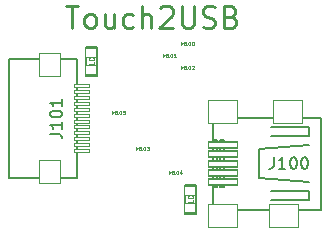
<source format=gto>
G04 #@! TF.GenerationSoftware,KiCad,Pcbnew,(5.99.0-12964-g8e5cbc5cf0)*
G04 #@! TF.CreationDate,2021-10-26T23:12:02+02:00*
G04 #@! TF.ProjectId,Touch2USB-Circuit-Board-A,546f7563-6832-4555-9342-2d4369726375,A*
G04 #@! TF.SameCoordinates,Original*
G04 #@! TF.FileFunction,Legend,Top*
G04 #@! TF.FilePolarity,Positive*
%FSLAX46Y46*%
G04 Gerber Fmt 4.6, Leading zero omitted, Abs format (unit mm)*
G04 Created by KiCad (PCBNEW (5.99.0-12964-g8e5cbc5cf0)) date 2021-10-26 23:12:02*
%MOMM*%
%LPD*%
G01*
G04 APERTURE LIST*
G04 Aperture macros list*
%AMRoundRect*
0 Rectangle with rounded corners*
0 $1 Rounding radius*
0 $2 $3 $4 $5 $6 $7 $8 $9 X,Y pos of 4 corners*
0 Add a 4 corners polygon primitive as box body*
4,1,4,$2,$3,$4,$5,$6,$7,$8,$9,$2,$3,0*
0 Add four circle primitives for the rounded corners*
1,1,$1+$1,$2,$3*
1,1,$1+$1,$4,$5*
1,1,$1+$1,$6,$7*
1,1,$1+$1,$8,$9*
0 Add four rect primitives between the rounded corners*
20,1,$1+$1,$2,$3,$4,$5,0*
20,1,$1+$1,$4,$5,$6,$7,0*
20,1,$1+$1,$6,$7,$8,$9,0*
20,1,$1+$1,$8,$9,$2,$3,0*%
G04 Aperture macros list end*
%ADD10C,0.250000*%
%ADD11C,0.071120*%
%ADD12C,0.099060*%
%ADD13C,0.200660*%
%ADD14C,0.130000*%
%ADD15C,0.127000*%
%ADD16C,0.149860*%
%ADD17C,1.102360*%
%ADD18RoundRect,0.050800X0.449580X-0.400050X0.449580X0.400050X-0.449580X0.400050X-0.449580X-0.400050X0*%
%ADD19RoundRect,0.050800X-0.449580X0.400050X-0.449580X-0.400050X0.449580X-0.400050X0.449580X0.400050X0*%
%ADD20RoundRect,0.050800X1.250000X-1.000000X1.250000X1.000000X-1.250000X1.000000X-1.250000X-1.000000X0*%
%ADD21RoundRect,0.050800X1.250000X-0.250000X1.250000X0.250000X-1.250000X0.250000X-1.250000X-0.250000X0*%
%ADD22C,1.001600*%
%ADD23RoundRect,0.050800X-0.650000X0.150000X-0.650000X-0.150000X0.650000X-0.150000X0.650000X0.150000X0*%
%ADD24RoundRect,0.050800X-0.900000X1.000000X-0.900000X-1.000000X0.900000X-1.000000X0.900000X1.000000X0*%
G04 APERTURE END LIST*
D10*
X59592485Y-61625285D02*
X60621057Y-61625285D01*
X60106771Y-63425285D02*
X60106771Y-61625285D01*
X61478200Y-63425285D02*
X61306771Y-63339571D01*
X61221057Y-63253857D01*
X61135342Y-63082428D01*
X61135342Y-62568142D01*
X61221057Y-62396714D01*
X61306771Y-62311000D01*
X61478200Y-62225285D01*
X61735342Y-62225285D01*
X61906771Y-62311000D01*
X61992485Y-62396714D01*
X62078200Y-62568142D01*
X62078200Y-63082428D01*
X61992485Y-63253857D01*
X61906771Y-63339571D01*
X61735342Y-63425285D01*
X61478200Y-63425285D01*
X63621057Y-62225285D02*
X63621057Y-63425285D01*
X62849628Y-62225285D02*
X62849628Y-63168142D01*
X62935342Y-63339571D01*
X63106771Y-63425285D01*
X63363914Y-63425285D01*
X63535342Y-63339571D01*
X63621057Y-63253857D01*
X65249628Y-63339571D02*
X65078200Y-63425285D01*
X64735342Y-63425285D01*
X64563914Y-63339571D01*
X64478200Y-63253857D01*
X64392485Y-63082428D01*
X64392485Y-62568142D01*
X64478200Y-62396714D01*
X64563914Y-62311000D01*
X64735342Y-62225285D01*
X65078200Y-62225285D01*
X65249628Y-62311000D01*
X66021057Y-63425285D02*
X66021057Y-61625285D01*
X66792485Y-63425285D02*
X66792485Y-62482428D01*
X66706771Y-62311000D01*
X66535342Y-62225285D01*
X66278200Y-62225285D01*
X66106771Y-62311000D01*
X66021057Y-62396714D01*
X67563914Y-61796714D02*
X67649628Y-61711000D01*
X67821057Y-61625285D01*
X68249628Y-61625285D01*
X68421057Y-61711000D01*
X68506771Y-61796714D01*
X68592485Y-61968142D01*
X68592485Y-62139571D01*
X68506771Y-62396714D01*
X67478200Y-63425285D01*
X68592485Y-63425285D01*
X69363914Y-61625285D02*
X69363914Y-63082428D01*
X69449628Y-63253857D01*
X69535342Y-63339571D01*
X69706771Y-63425285D01*
X70049628Y-63425285D01*
X70221057Y-63339571D01*
X70306771Y-63253857D01*
X70392485Y-63082428D01*
X70392485Y-61625285D01*
X71163914Y-63339571D02*
X71421057Y-63425285D01*
X71849628Y-63425285D01*
X72021057Y-63339571D01*
X72106771Y-63253857D01*
X72192485Y-63082428D01*
X72192485Y-62911000D01*
X72106771Y-62739571D01*
X72021057Y-62653857D01*
X71849628Y-62568142D01*
X71506771Y-62482428D01*
X71335342Y-62396714D01*
X71249628Y-62311000D01*
X71163914Y-62139571D01*
X71163914Y-61968142D01*
X71249628Y-61796714D01*
X71335342Y-61711000D01*
X71506771Y-61625285D01*
X71935342Y-61625285D01*
X72192485Y-61711000D01*
X73563914Y-62482428D02*
X73821057Y-62568142D01*
X73906771Y-62653857D01*
X73992485Y-62825285D01*
X73992485Y-63082428D01*
X73906771Y-63253857D01*
X73821057Y-63339571D01*
X73649628Y-63425285D01*
X72963914Y-63425285D01*
X72963914Y-61625285D01*
X73563914Y-61625285D01*
X73735342Y-61711000D01*
X73821057Y-61796714D01*
X73906771Y-61968142D01*
X73906771Y-62139571D01*
X73821057Y-62311000D01*
X73735342Y-62396714D01*
X73563914Y-62482428D01*
X72963914Y-62482428D01*
D11*
X63479921Y-70747587D02*
X63479921Y-70447867D01*
X63579828Y-70661953D01*
X63679735Y-70447867D01*
X63679735Y-70747587D01*
X63979455Y-70747587D02*
X63808186Y-70747587D01*
X63893820Y-70747587D02*
X63893820Y-70447867D01*
X63865276Y-70490684D01*
X63836731Y-70519229D01*
X63808186Y-70533501D01*
X64164996Y-70447867D02*
X64193540Y-70447867D01*
X64222085Y-70462140D01*
X64236358Y-70476412D01*
X64250630Y-70504957D01*
X64264902Y-70562046D01*
X64264902Y-70633408D01*
X64250630Y-70690498D01*
X64236358Y-70719042D01*
X64222085Y-70733315D01*
X64193540Y-70747587D01*
X64164996Y-70747587D01*
X64136451Y-70733315D01*
X64122179Y-70719042D01*
X64107906Y-70690498D01*
X64093634Y-70633408D01*
X64093634Y-70562046D01*
X64107906Y-70504957D01*
X64122179Y-70476412D01*
X64136451Y-70462140D01*
X64164996Y-70447867D01*
X64536078Y-70447867D02*
X64393354Y-70447867D01*
X64379081Y-70590591D01*
X64393354Y-70576319D01*
X64421899Y-70562046D01*
X64493260Y-70562046D01*
X64521805Y-70576319D01*
X64536078Y-70590591D01*
X64550350Y-70619136D01*
X64550350Y-70690498D01*
X64536078Y-70719042D01*
X64521805Y-70733315D01*
X64493260Y-70747587D01*
X64421899Y-70747587D01*
X64393354Y-70733315D01*
X64379081Y-70719042D01*
D12*
X70264714Y-78481571D02*
X70286142Y-78503000D01*
X70307571Y-78567285D01*
X70307571Y-78610142D01*
X70286142Y-78674428D01*
X70243285Y-78717285D01*
X70200428Y-78738714D01*
X70114714Y-78760142D01*
X70050428Y-78760142D01*
X69964714Y-78738714D01*
X69921857Y-78717285D01*
X69879000Y-78674428D01*
X69857571Y-78610142D01*
X69857571Y-78567285D01*
X69879000Y-78503000D01*
X69900428Y-78481571D01*
X70307571Y-78053000D02*
X70307571Y-78310142D01*
X70307571Y-78181571D02*
X69857571Y-78181571D01*
X69921857Y-78224428D01*
X69964714Y-78267285D01*
X69986142Y-78310142D01*
X69857571Y-77774428D02*
X69857571Y-77731571D01*
X69879000Y-77688714D01*
X69900428Y-77667285D01*
X69943285Y-77645857D01*
X70029000Y-77624428D01*
X70136142Y-77624428D01*
X70221857Y-77645857D01*
X70264714Y-77667285D01*
X70286142Y-77688714D01*
X70307571Y-77731571D01*
X70307571Y-77774428D01*
X70286142Y-77817285D01*
X70264714Y-77838714D01*
X70221857Y-77860142D01*
X70136142Y-77881571D01*
X70029000Y-77881571D01*
X69943285Y-77860142D01*
X69900428Y-77838714D01*
X69879000Y-77817285D01*
X69857571Y-77774428D01*
X69857571Y-77345857D02*
X69857571Y-77303000D01*
X69879000Y-77260142D01*
X69900428Y-77238714D01*
X69943285Y-77217285D01*
X70029000Y-77195857D01*
X70136142Y-77195857D01*
X70221857Y-77217285D01*
X70264714Y-77238714D01*
X70286142Y-77260142D01*
X70307571Y-77303000D01*
X70307571Y-77345857D01*
X70286142Y-77388714D01*
X70264714Y-77410142D01*
X70221857Y-77431571D01*
X70136142Y-77453000D01*
X70029000Y-77453000D01*
X69943285Y-77431571D01*
X69900428Y-77410142D01*
X69879000Y-77388714D01*
X69857571Y-77345857D01*
X61882714Y-66797571D02*
X61904142Y-66819000D01*
X61925571Y-66883285D01*
X61925571Y-66926142D01*
X61904142Y-66990428D01*
X61861285Y-67033285D01*
X61818428Y-67054714D01*
X61732714Y-67076142D01*
X61668428Y-67076142D01*
X61582714Y-67054714D01*
X61539857Y-67033285D01*
X61497000Y-66990428D01*
X61475571Y-66926142D01*
X61475571Y-66883285D01*
X61497000Y-66819000D01*
X61518428Y-66797571D01*
X61925571Y-66369000D02*
X61925571Y-66626142D01*
X61925571Y-66497571D02*
X61475571Y-66497571D01*
X61539857Y-66540428D01*
X61582714Y-66583285D01*
X61604142Y-66626142D01*
X61475571Y-66090428D02*
X61475571Y-66047571D01*
X61497000Y-66004714D01*
X61518428Y-65983285D01*
X61561285Y-65961857D01*
X61647000Y-65940428D01*
X61754142Y-65940428D01*
X61839857Y-65961857D01*
X61882714Y-65983285D01*
X61904142Y-66004714D01*
X61925571Y-66047571D01*
X61925571Y-66090428D01*
X61904142Y-66133285D01*
X61882714Y-66154714D01*
X61839857Y-66176142D01*
X61754142Y-66197571D01*
X61647000Y-66197571D01*
X61561285Y-66176142D01*
X61518428Y-66154714D01*
X61497000Y-66133285D01*
X61475571Y-66090428D01*
X61925571Y-65511857D02*
X61925571Y-65769000D01*
X61925571Y-65640428D02*
X61475571Y-65640428D01*
X61539857Y-65683285D01*
X61582714Y-65726142D01*
X61604142Y-65769000D01*
D13*
X77151048Y-74381964D02*
X77151048Y-75096793D01*
X77103393Y-75239759D01*
X77008082Y-75335069D01*
X76865117Y-75382724D01*
X76769806Y-75382724D01*
X78151808Y-75382724D02*
X77579945Y-75382724D01*
X77865877Y-75382724D02*
X77865877Y-74381964D01*
X77770566Y-74524930D01*
X77675256Y-74620240D01*
X77579945Y-74667896D01*
X78771326Y-74381964D02*
X78866637Y-74381964D01*
X78961947Y-74429620D01*
X79009602Y-74477275D01*
X79057258Y-74572585D01*
X79104913Y-74763206D01*
X79104913Y-75001482D01*
X79057258Y-75192103D01*
X79009602Y-75287414D01*
X78961947Y-75335069D01*
X78866637Y-75382724D01*
X78771326Y-75382724D01*
X78676016Y-75335069D01*
X78628360Y-75287414D01*
X78580705Y-75192103D01*
X78533050Y-75001482D01*
X78533050Y-74763206D01*
X78580705Y-74572585D01*
X78628360Y-74477275D01*
X78676016Y-74429620D01*
X78771326Y-74381964D01*
X79724431Y-74381964D02*
X79819741Y-74381964D01*
X79915052Y-74429620D01*
X79962707Y-74477275D01*
X80010362Y-74572585D01*
X80058018Y-74763206D01*
X80058018Y-75001482D01*
X80010362Y-75192103D01*
X79962707Y-75287414D01*
X79915052Y-75335069D01*
X79819741Y-75382724D01*
X79724431Y-75382724D01*
X79629120Y-75335069D01*
X79581465Y-75287414D01*
X79533810Y-75192103D01*
X79486155Y-75001482D01*
X79486155Y-74763206D01*
X79533810Y-74572585D01*
X79581465Y-74477275D01*
X79629120Y-74429620D01*
X79724431Y-74381964D01*
D14*
X58210623Y-72409841D02*
X58927201Y-72409841D01*
X59070517Y-72457613D01*
X59166061Y-72553157D01*
X59213833Y-72696472D01*
X59213833Y-72792016D01*
X59213833Y-71406631D02*
X59213833Y-71979894D01*
X59213833Y-71693262D02*
X58210623Y-71693262D01*
X58353938Y-71788806D01*
X58449482Y-71884350D01*
X58497254Y-71979894D01*
X58210623Y-70785596D02*
X58210623Y-70690052D01*
X58258395Y-70594509D01*
X58306166Y-70546737D01*
X58401710Y-70498965D01*
X58592798Y-70451193D01*
X58831657Y-70451193D01*
X59022745Y-70498965D01*
X59118289Y-70546737D01*
X59166061Y-70594509D01*
X59213833Y-70690052D01*
X59213833Y-70785596D01*
X59166061Y-70881140D01*
X59118289Y-70928912D01*
X59022745Y-70976684D01*
X58831657Y-71024456D01*
X58592798Y-71024456D01*
X58401710Y-70976684D01*
X58306166Y-70928912D01*
X58258395Y-70881140D01*
X58210623Y-70785596D01*
X59213833Y-69495755D02*
X59213833Y-70069018D01*
X59213833Y-69782386D02*
X58210623Y-69782386D01*
X58353938Y-69877930D01*
X58449482Y-69973474D01*
X58497254Y-70069018D01*
D11*
X69321921Y-64905587D02*
X69321921Y-64605867D01*
X69421828Y-64819953D01*
X69521735Y-64605867D01*
X69521735Y-64905587D01*
X69821455Y-64905587D02*
X69650186Y-64905587D01*
X69735820Y-64905587D02*
X69735820Y-64605867D01*
X69707276Y-64648684D01*
X69678731Y-64677229D01*
X69650186Y-64691501D01*
X70006996Y-64605867D02*
X70035540Y-64605867D01*
X70064085Y-64620140D01*
X70078358Y-64634412D01*
X70092630Y-64662957D01*
X70106902Y-64720046D01*
X70106902Y-64791408D01*
X70092630Y-64848498D01*
X70078358Y-64877042D01*
X70064085Y-64891315D01*
X70035540Y-64905587D01*
X70006996Y-64905587D01*
X69978451Y-64891315D01*
X69964179Y-64877042D01*
X69949906Y-64848498D01*
X69935634Y-64791408D01*
X69935634Y-64720046D01*
X69949906Y-64662957D01*
X69964179Y-64634412D01*
X69978451Y-64620140D01*
X70006996Y-64605867D01*
X70292443Y-64605867D02*
X70320988Y-64605867D01*
X70349533Y-64620140D01*
X70363805Y-64634412D01*
X70378078Y-64662957D01*
X70392350Y-64720046D01*
X70392350Y-64791408D01*
X70378078Y-64848498D01*
X70363805Y-64877042D01*
X70349533Y-64891315D01*
X70320988Y-64905587D01*
X70292443Y-64905587D01*
X70263899Y-64891315D01*
X70249626Y-64877042D01*
X70235354Y-64848498D01*
X70221081Y-64791408D01*
X70221081Y-64720046D01*
X70235354Y-64662957D01*
X70249626Y-64634412D01*
X70263899Y-64620140D01*
X70292443Y-64605867D01*
X67797921Y-65921587D02*
X67797921Y-65621867D01*
X67897828Y-65835953D01*
X67997735Y-65621867D01*
X67997735Y-65921587D01*
X68297455Y-65921587D02*
X68126186Y-65921587D01*
X68211820Y-65921587D02*
X68211820Y-65621867D01*
X68183276Y-65664684D01*
X68154731Y-65693229D01*
X68126186Y-65707501D01*
X68482996Y-65621867D02*
X68511540Y-65621867D01*
X68540085Y-65636140D01*
X68554358Y-65650412D01*
X68568630Y-65678957D01*
X68582902Y-65736046D01*
X68582902Y-65807408D01*
X68568630Y-65864498D01*
X68554358Y-65893042D01*
X68540085Y-65907315D01*
X68511540Y-65921587D01*
X68482996Y-65921587D01*
X68454451Y-65907315D01*
X68440179Y-65893042D01*
X68425906Y-65864498D01*
X68411634Y-65807408D01*
X68411634Y-65736046D01*
X68425906Y-65678957D01*
X68440179Y-65650412D01*
X68454451Y-65636140D01*
X68482996Y-65621867D01*
X68868350Y-65921587D02*
X68697081Y-65921587D01*
X68782716Y-65921587D02*
X68782716Y-65621867D01*
X68754171Y-65664684D01*
X68725626Y-65693229D01*
X68697081Y-65707501D01*
X69321921Y-66937587D02*
X69321921Y-66637867D01*
X69421828Y-66851953D01*
X69521735Y-66637867D01*
X69521735Y-66937587D01*
X69821455Y-66937587D02*
X69650186Y-66937587D01*
X69735820Y-66937587D02*
X69735820Y-66637867D01*
X69707276Y-66680684D01*
X69678731Y-66709229D01*
X69650186Y-66723501D01*
X70006996Y-66637867D02*
X70035540Y-66637867D01*
X70064085Y-66652140D01*
X70078358Y-66666412D01*
X70092630Y-66694957D01*
X70106902Y-66752046D01*
X70106902Y-66823408D01*
X70092630Y-66880498D01*
X70078358Y-66909042D01*
X70064085Y-66923315D01*
X70035540Y-66937587D01*
X70006996Y-66937587D01*
X69978451Y-66923315D01*
X69964179Y-66909042D01*
X69949906Y-66880498D01*
X69935634Y-66823408D01*
X69935634Y-66752046D01*
X69949906Y-66694957D01*
X69964179Y-66666412D01*
X69978451Y-66652140D01*
X70006996Y-66637867D01*
X70221081Y-66666412D02*
X70235354Y-66652140D01*
X70263899Y-66637867D01*
X70335260Y-66637867D01*
X70363805Y-66652140D01*
X70378078Y-66666412D01*
X70392350Y-66694957D01*
X70392350Y-66723501D01*
X70378078Y-66766319D01*
X70206809Y-66937587D01*
X70392350Y-66937587D01*
X65511921Y-73795587D02*
X65511921Y-73495867D01*
X65611828Y-73709953D01*
X65711735Y-73495867D01*
X65711735Y-73795587D01*
X66011455Y-73795587D02*
X65840186Y-73795587D01*
X65925820Y-73795587D02*
X65925820Y-73495867D01*
X65897276Y-73538684D01*
X65868731Y-73567229D01*
X65840186Y-73581501D01*
X66196996Y-73495867D02*
X66225540Y-73495867D01*
X66254085Y-73510140D01*
X66268358Y-73524412D01*
X66282630Y-73552957D01*
X66296902Y-73610046D01*
X66296902Y-73681408D01*
X66282630Y-73738498D01*
X66268358Y-73767042D01*
X66254085Y-73781315D01*
X66225540Y-73795587D01*
X66196996Y-73795587D01*
X66168451Y-73781315D01*
X66154179Y-73767042D01*
X66139906Y-73738498D01*
X66125634Y-73681408D01*
X66125634Y-73610046D01*
X66139906Y-73552957D01*
X66154179Y-73524412D01*
X66168451Y-73510140D01*
X66196996Y-73495867D01*
X66396809Y-73495867D02*
X66582350Y-73495867D01*
X66482443Y-73610046D01*
X66525260Y-73610046D01*
X66553805Y-73624319D01*
X66568078Y-73638591D01*
X66582350Y-73667136D01*
X66582350Y-73738498D01*
X66568078Y-73767042D01*
X66553805Y-73781315D01*
X66525260Y-73795587D01*
X66439626Y-73795587D01*
X66411081Y-73781315D01*
X66396809Y-73767042D01*
X68305921Y-75827587D02*
X68305921Y-75527867D01*
X68405828Y-75741953D01*
X68505735Y-75527867D01*
X68505735Y-75827587D01*
X68805455Y-75827587D02*
X68634186Y-75827587D01*
X68719820Y-75827587D02*
X68719820Y-75527867D01*
X68691276Y-75570684D01*
X68662731Y-75599229D01*
X68634186Y-75613501D01*
X68990996Y-75527867D02*
X69019540Y-75527867D01*
X69048085Y-75542140D01*
X69062358Y-75556412D01*
X69076630Y-75584957D01*
X69090902Y-75642046D01*
X69090902Y-75713408D01*
X69076630Y-75770498D01*
X69062358Y-75799042D01*
X69048085Y-75813315D01*
X69019540Y-75827587D01*
X68990996Y-75827587D01*
X68962451Y-75813315D01*
X68948179Y-75799042D01*
X68933906Y-75770498D01*
X68919634Y-75713408D01*
X68919634Y-75642046D01*
X68933906Y-75584957D01*
X68948179Y-75556412D01*
X68962451Y-75542140D01*
X68990996Y-75527867D01*
X69347805Y-75627774D02*
X69347805Y-75827587D01*
X69276443Y-75513595D02*
X69205081Y-75727680D01*
X69390622Y-75727680D01*
D15*
X69604000Y-79178000D02*
X69604000Y-76778000D01*
X69604000Y-76778000D02*
X70604000Y-76778000D01*
X70604000Y-76778000D02*
X70604000Y-79178000D01*
X70604000Y-79178000D02*
X69604000Y-79178000D01*
X62222000Y-65094000D02*
X62222000Y-67494000D01*
X62222000Y-67494000D02*
X61222000Y-67494000D01*
X61222000Y-67494000D02*
X61222000Y-65094000D01*
X61222000Y-65094000D02*
X62222000Y-65094000D01*
D16*
X80137000Y-71836280D02*
X76939140Y-71836280D01*
X80137000Y-72633840D02*
X76939140Y-72633840D01*
X80137000Y-71836280D02*
X80137000Y-72633840D01*
X75938380Y-73736200D02*
X75938380Y-74935080D01*
X80137000Y-73334880D02*
X75938380Y-73736200D01*
X80137000Y-76530200D02*
X75938380Y-76128880D01*
X75938380Y-76128880D02*
X75938380Y-74930000D01*
X80137000Y-78028800D02*
X80137000Y-77231240D01*
X80137000Y-77231240D02*
X76939140Y-77231240D01*
X80137000Y-78028800D02*
X76939140Y-78028800D01*
X72638920Y-76928980D02*
X72638920Y-72931020D01*
X72638920Y-72931020D02*
X72938640Y-72931020D01*
X72938640Y-72931020D02*
X72938640Y-76928980D01*
X72938640Y-76928980D02*
X72638920Y-76928980D01*
X72036940Y-76928980D02*
X72339200Y-76928980D01*
X72339200Y-76928980D02*
X72339200Y-72931020D01*
X72339200Y-72931020D02*
X72036940Y-72931020D01*
X73637140Y-78828900D02*
X72036940Y-78828900D01*
X79138780Y-78828900D02*
X77538580Y-78828900D01*
X73637140Y-71031100D02*
X72036940Y-71031100D01*
X79138780Y-71031100D02*
X77538580Y-71031100D01*
X81135220Y-78828900D02*
X81135220Y-74930000D01*
X79136240Y-78828900D02*
X81135220Y-78828900D01*
X79136240Y-79931260D02*
X79136240Y-78828900D01*
X77536040Y-79931260D02*
X79136240Y-79931260D01*
X77536040Y-78828900D02*
X77536040Y-79931260D01*
X73634600Y-78828900D02*
X77536040Y-78828900D01*
X73634600Y-79931260D02*
X73634600Y-78828900D01*
X72034400Y-79931260D02*
X73634600Y-79931260D01*
X72036940Y-79931260D02*
X72036940Y-69928740D01*
X72036940Y-69928740D02*
X73637140Y-69928740D01*
X73637140Y-69928740D02*
X73637140Y-71031100D01*
X73637140Y-71031100D02*
X77538580Y-71031100D01*
X77538580Y-71031100D02*
X77538580Y-69928740D01*
X77538580Y-69928740D02*
X79138780Y-69928740D01*
X79138780Y-69928740D02*
X79138780Y-71031100D01*
X79138780Y-71031100D02*
X81137760Y-71031100D01*
X81137760Y-71031100D02*
X81137760Y-74930000D01*
D15*
X54710000Y-66070000D02*
X60510000Y-66070000D01*
X60510000Y-66080000D02*
X60510000Y-76170000D01*
X54710000Y-76170000D02*
X54710000Y-66070000D01*
X60510000Y-76170000D02*
X54710000Y-76170000D01*
%LPC*%
D17*
X64008000Y-71628000D03*
D18*
X70104000Y-78727300D03*
X70104000Y-77228700D03*
D19*
X61722000Y-65544700D03*
X61722000Y-67043300D03*
D20*
X78338000Y-70530000D03*
X72838000Y-70530000D03*
X72838000Y-79330000D03*
X78038000Y-79330000D03*
D21*
X72838000Y-76530000D03*
X72838000Y-75730000D03*
X72838000Y-74930000D03*
X72838000Y-74130000D03*
X72838000Y-73330000D03*
D22*
X75438000Y-77130000D03*
X75438000Y-72730000D03*
D23*
X60960000Y-68370000D03*
X60960000Y-68870000D03*
X60960000Y-69370000D03*
X60960000Y-69870000D03*
X60960000Y-70370000D03*
X60960000Y-70870000D03*
X60960000Y-71370000D03*
X60960000Y-71870000D03*
D24*
X58210000Y-75670000D03*
X58210000Y-66570000D03*
D23*
X60960000Y-72370000D03*
X60960000Y-73370000D03*
X60960000Y-73870000D03*
X60960000Y-72870000D03*
D17*
X69850000Y-65786000D03*
X68326000Y-66802000D03*
X69850000Y-67818000D03*
X66040000Y-74676000D03*
X67310000Y-75692000D03*
M02*

</source>
